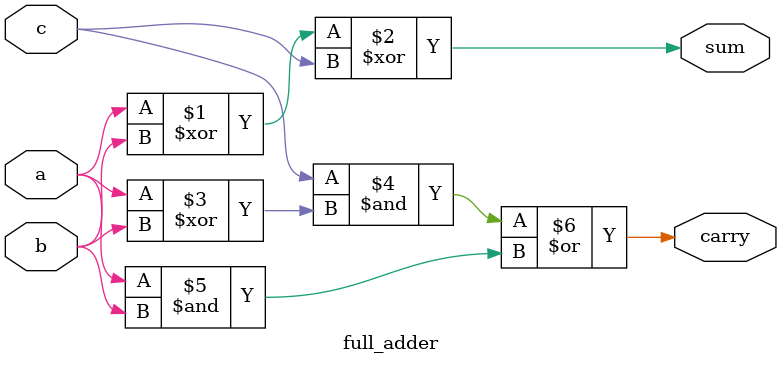
<source format=v>
module full_adder(sum, carry, a, b, c);
  input a,b,c;
  output sum,carry;
  assign sum = a^b^c;
  assign carry = c&(a^b) | (a&b);
endmodule

</source>
